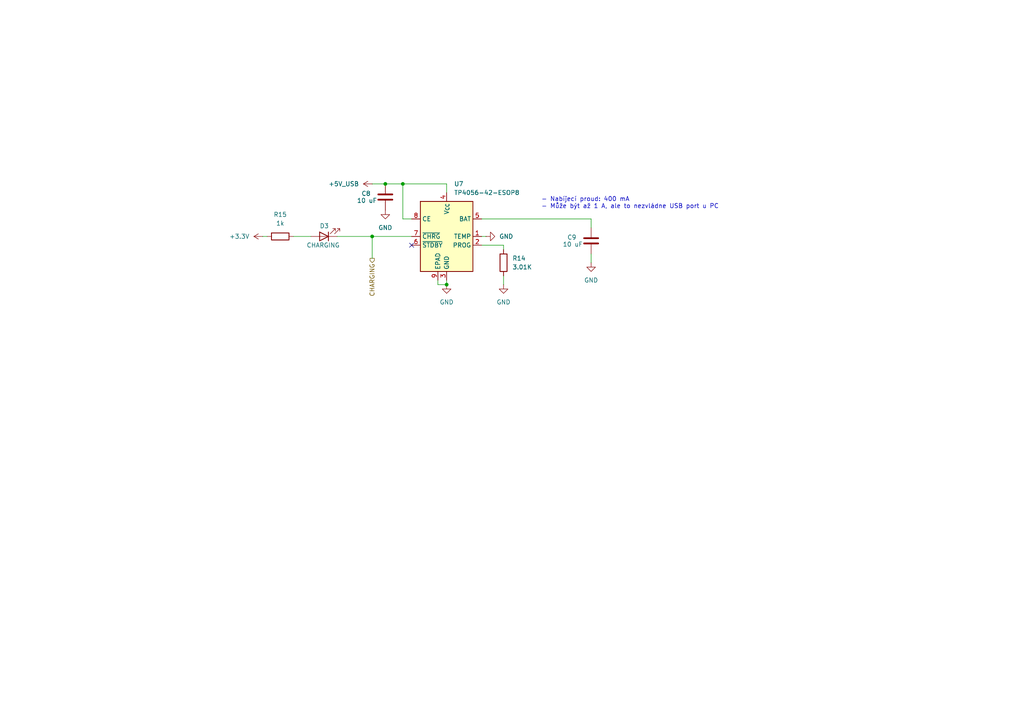
<source format=kicad_sch>
(kicad_sch (version 20250114) (generator "eeschema") (generator_version "9.0")
  (paper "A4")
  (lib_symbols
    (symbol "Battery_Management:TP4056-42-ESOP8"
      (property "Reference" "U" (at -6.604 11.684 0))
      (property "Value" "TP4056-42-ESOP8" (at 10.16 11.684 0))
      (symbol "TP4056-42-ESOP8_1_0"
        (pin input line (at -10.16 5.08 0) (length 2.54) (name "CE") (number "8"))
        (pin open_collector line (at -10.16 0 0) (length 2.54) (name "~{CHRG}") (number "7"))
        (pin open_collector line (at -10.16 -2.54 0) (length 2.54) (name "~{STDBY}") (number "6"))
        (pin passive line (at -2.54 -12.7 90) (length 2.54) (name "EPAD") (number "9"))
        (pin power_in line (at 0 12.7 270) (length 2.54) (name "V_{CC}") (number "4"))
        (pin power_in line (at 0 -12.7 90) (length 2.54) (name "GND") (number "3"))
        (pin power_out line (at 10.16 5.08 180) (length 2.54) (name "BAT") (number "5"))
        (pin input line (at 10.16 0 180) (length 2.54) (name "TEMP") (number "1"))
        (pin passive line (at 10.16 -2.54 180) (length 2.54) (name "PROG") (number "2"))
      )
      (symbol "TP4056-42-ESOP8_1_1"
        (rectangle (start -7.62 10.16) (end 7.62 -10.16) (stroke (width 0.254)) (fill (type background)))
      )
    )
    (symbol "Device:C" (pin_numbers (hide yes)) (pin_names (offset 0.254))
      (property "Reference" "C" (at 0.635 2.54 0))
      (property "Value" "C" (at 0.635 -2.54 0))
      (symbol "C_0_1"
        (polyline (pts (xy -2.032 0.762) (xy 2.032 0.762)) (stroke (width 0.508)))
        (polyline (pts (xy -2.032 -0.762) (xy 2.032 -0.762)) (stroke (width 0.508)))
      )
      (symbol "C_1_1"
        (pin passive line (at 0 3.81 270) (length 2.794) (name "~") (number "1"))
        (pin passive line (at 0 -3.81 90) (length 2.794) (name "~") (number "2"))
      )
    )
    (symbol "Device:LED" (pin_numbers (hide yes)) (pin_names (offset 1.016) (hide yes))
      (property "Reference" "D" (at 0 2.54 0))
      (property "Value" "LED" (at 0 -2.54 0))
      (symbol "LED_0_1"
        (polyline (pts (xy -3.048 -0.762) (xy -4.572 -2.286) (xy -3.81 -2.286) (xy -4.572 -2.286) (xy -4.572 -1.524)))
        (polyline (pts (xy -1.778 -0.762) (xy -3.302 -2.286) (xy -2.54 -2.286) (xy -3.302 -2.286) (xy -3.302 -1.524)))
        (polyline (pts (xy -1.27 0) (xy 1.27 0)))
        (polyline (pts (xy -1.27 -1.27) (xy -1.27 1.27)) (stroke (width 0.254)))
        (polyline (pts (xy 1.27 -1.27) (xy 1.27 1.27) (xy -1.27 0) (xy 1.27 -1.27)) (stroke (width 0.254)))
      )
      (symbol "LED_1_1"
        (pin passive line (at -3.81 0 0) (length 2.54) (name "K") (number "1"))
        (pin passive line (at 3.81 0 180) (length 2.54) (name "A") (number "2"))
      )
    )
    (symbol "Device:R" (pin_numbers (hide yes)) (pin_names (offset 0))
      (property "Reference" "R" (at 2.032 0 90))
      (property "Value" "R" (at 0 0 90))
      (symbol "R_0_1"
        (rectangle (start -1.016 -2.54) (end 1.016 2.54) (stroke (width 0.254)))
      )
      (symbol "R_1_1"
        (pin passive line (at 0 3.81 270) (length 1.27) (name "~") (number "1"))
        (pin passive line (at 0 -3.81 90) (length 1.27) (name "~") (number "2"))
      )
    )
    (symbol "power:GND" (power) (pin_numbers (hide yes)) (pin_names (offset 0) (hide yes))
      (property "Value" "GND" (at 0 -3.81 0))
      (symbol "GND_0_1"
        (polyline (pts (xy 0 0) (xy 0 -1.27) (xy 1.27 -1.27) (xy 0 -2.54) (xy -1.27 -1.27) (xy 0 -1.27)))
      )
      (symbol "GND_1_1"
        (pin power_in line (at 0 0 270) (length 0) (name "~") (number "1"))
      )
    )
    (symbol "power:VCC" (power) (pin_numbers (hide yes)) (pin_names (offset 0) (hide yes))
      (property "Value" "VCC" (at 0 3.556 0))
      (symbol "VCC_0_1"
        (polyline (pts (xy -0.762 1.27) (xy 0 2.54)))
        (polyline (pts (xy 0 2.54) (xy 0.762 1.27)))
        (polyline (pts (xy 0 0) (xy 0 2.54)))
      )
      (symbol "VCC_1_1"
        (pin power_in line (at 0 0 90) (length 0) (name "~") (number "1"))
      )
    )
  )
  (text "- Nabíjecí proud: 400 mA\n- Může být až 1 A, ale to nezvládne USB port u PC\n" (at 156.972 57.15 0) (effects (font (size 1.27 1.27)) (justify left top)))
  (junction (at 111.76 53.34))
  (junction (at 129.54 82.55))
  (junction (at 116.84 53.34))
  (junction (at 107.95 68.58))
  (no_connect (at 119.38 71.12))
  (wire (pts (xy 76.2 68.58) (xy 77.47 68.58)))
  (wire (pts (xy 85.09 68.58) (xy 90.17 68.58)))
  (wire (pts (xy 129.54 53.34) (xy 129.54 55.88)))
  (wire (pts (xy 107.95 68.58) (xy 107.95 74.93)))
  (wire (pts (xy 127 82.55) (xy 129.54 82.55)))
  (wire (pts (xy 139.7 63.5) (xy 171.45 63.5)))
  (wire (pts (xy 116.84 53.34) (xy 129.54 53.34)))
  (wire (pts (xy 111.76 53.34) (xy 116.84 53.34)))
  (wire (pts (xy 171.45 66.04) (xy 171.45 63.5)))
  (wire (pts (xy 139.7 68.58) (xy 140.97 68.58)))
  (wire (pts (xy 107.95 68.58) (xy 119.38 68.58)))
  (wire (pts (xy 171.45 73.66) (xy 171.45 76.2)))
  (wire (pts (xy 97.79 68.58) (xy 107.95 68.58)))
  (wire (pts (xy 107.95 53.34) (xy 111.76 53.34)))
  (wire (pts (xy 127 81.28) (xy 127 82.55)))
  (wire (pts (xy 139.7 71.12) (xy 146.05 71.12)))
  (wire (pts (xy 119.38 63.5) (xy 116.84 63.5)))
  (wire (pts (xy 129.54 81.28) (xy 129.54 82.55)))
  (wire (pts (xy 146.05 72.39) (xy 146.05 71.12)))
  (wire (pts (xy 116.84 63.5) (xy 116.84 53.34)))
  (wire (pts (xy 146.05 80.01) (xy 146.05 82.55)))
  (hierarchical_label "CHARGING" (shape output) (at 107.95 74.93 270))
  (symbol (lib_id "Device:C") (at 171.45 69.85 180) (unit 1)
    (property "Reference" "C9" (at 165.862 68.834 0))
    (property "Value" "10 uF" (at 166.116 70.866 0))
    (property "Footprint" "Capacitor_SMD:C_0603_1608Metric_Pad1.08x0.95mm_HandSolder" (effects (hide yes)))
    (property "Description" "Unpolarized capacitor" (effects (hide yes)))
    (property "Manufacturer Part Number" "C0603C106M8PAC7411" (effects (hide yes)))
    (property "Supplier" "Mouser" (effects (hide yes)))
    (property "Supplier Part Number" "80-C0603C106M8PLR" (effects (hide yes)))
  )
  (symbol (lib_id "Device:LED") (at 93.98 68.58 180) (unit 1)
    (property "Reference" "D3" (at 92.71 65.532 0) (effects (justify right)))
    (property "Value" "CHARGING" (at 88.9 71.12 0) (effects (justify right)))
    (property "Footprint" "LED_SMD:LED_0805_2012Metric_Pad1.15x1.40mm_HandSolder" (effects (hide yes)))
    (property "Description" "Orange LED" (effects (hide yes)))
    (property "Manufacturer Part Number" "APTD2012LSYCK " (effects (hide yes)))
    (property "Supplier" "Mouser" (effects (hide yes)))
    (property "Supplier Part Number" "604-APTD2012LSYCK " (effects (hide yes)))
  )
  (symbol (lib_id "Device:C") (at 111.76 57.15 180) (unit 1)
    (property "Reference" "C8" (at 106.172 56.134 0))
    (property "Value" "10 uF" (at 106.426 58.166 0))
    (property "Footprint" "Capacitor_SMD:C_0603_1608Metric_Pad1.08x0.95mm_HandSolder" (effects (hide yes)))
    (property "Description" "Unpolarized capacitor" (effects (hide yes)))
    (property "Manufacturer Part Number" "C0603C106M8PAC7411" (effects (hide yes)))
    (property "Supplier" "Mouser" (effects (hide yes)))
    (property "Supplier Part Number" "80-C0603C106M8PLR" (effects (hide yes)))
  )
  (symbol (lib_id "power:GND") (at 111.76 60.96 0) (unit 1)
    (property "Reference" "#PWR049" (effects (hide yes)))
    (property "Value" "GND" (at 111.76 66.04 0))
    (property "Description" "Power symbol creates a global label with name \"GND\" , ground" (effects (hide yes)))
  )
  (symbol (lib_id "power:GND") (at 146.05 82.55 0) (unit 1)
    (property "Reference" "#PWR045" (effects (hide yes)))
    (property "Value" "GND" (at 146.05 87.63 0))
    (property "Description" "Power symbol creates a global label with name \"GND\" , ground" (effects (hide yes)))
  )
  (symbol (lib_id "Device:R") (at 146.05 76.2 0) (unit 1)
    (property "Reference" "R14" (at 148.59 74.9299 0) (effects (justify left)))
    (property "Value" "3.01K" (at 148.59 77.4699 0) (effects (justify left)))
    (property "Footprint" "Resistor_SMD:R_0603_1608Metric_Pad0.98x0.95mm_HandSolder" (effects (hide yes)))
    (property "Description" "Resistor" (effects (hide yes)))
    (property "Manufacturer Part Number" "SR0603FR-073K01L" (effects (hide yes)))
    (property "Supplier" "Mouser" (effects (hide yes)))
    (property "Supplier Part Number" "603-SR0603-FR073K01L " (effects (hide yes)))
  )
  (symbol (lib_id "Battery_Management:TP4056-42-ESOP8") (at 129.54 68.58 0) (unit 1)
    (property "Reference" "U7" (at 131.6833 53.34 0) (effects (justify left)))
    (property "Value" "TP4056-42-ESOP8" (at 131.6833 55.88 0) (effects (justify left)))
    (property "Footprint" "Package_SO:SOIC-8-1EP_3.9x4.9mm_P1.27mm_EP2.41x3.3mm_ThermalVias" (effects (hide yes)))
    (property "Datasheet" "https://www.lcsc.com/datasheet/lcsc_datasheet_2410121619_TOPPOWER-Nanjing-Extension-Microelectronics-TP4056-42-ESOP8_C16581.pdf" (effects (hide yes)))
    (property "Description" "1A Standalone Linear Li-ion/LiPo single-cell battery charger, 4.2V ±1% charge voltage, VCC = 4.0..8.0V, SOIC-8 (SOP-8)" (effects (hide yes)))
    (property "Manufacturer Part Number" "LA213025" (effects (hide yes)))
    (property "Supplier" "LaskaKit" (effects (hide yes)))
    (property "Supplier Part Number" "LA213025" (effects (hide yes)))
  )
  (symbol (lib_id "power:VCC") (at 76.2 68.58 90) (unit 1)
    (property "Reference" "#PWR048" (effects (hide yes)))
    (property "Value" "+3.3V" (at 72.39 68.5799 90) (effects (justify left)))
    (property "Description" "Power symbol creates a global label with name \"VCC\"" (effects (hide yes)))
  )
  (symbol (lib_id "power:GND") (at 171.45 76.2 0) (unit 1)
    (property "Reference" "#PWR050" (effects (hide yes)))
    (property "Value" "GND" (at 171.45 81.28 0))
    (property "Description" "Power symbol creates a global label with name \"GND\" , ground" (effects (hide yes)))
  )
  (symbol (lib_id "Device:R") (at 81.28 68.58 90) (unit 1)
    (property "Reference" "R15" (at 81.28 62.23 90))
    (property "Value" "1k" (at 81.28 64.77 90))
    (property "Footprint" "Resistor_SMD:R_0603_1608Metric_Pad0.98x0.95mm_HandSolder" (effects (hide yes)))
    (property "Description" "Resistor" (effects (hide yes)))
    (property "Manufacturer Part Number" "RC0603FR-071KL" (effects (hide yes)))
    (property "Supplier" "Mouser" (effects (hide yes)))
    (property "Supplier Part Number" "603-RC0603FR-071KL" (effects (hide yes)))
  )
  (symbol (lib_id "power:VCC") (at 107.95 53.34 90) (unit 1)
    (property "Reference" "#PWR043" (effects (hide yes)))
    (property "Value" "+5V_USB" (at 104.14 53.3399 90) (effects (justify left)))
    (property "Description" "Power symbol creates a global label with name \"VCC\"" (effects (hide yes)))
  )
  (symbol (lib_id "power:GND") (at 140.97 68.58 90) (unit 1)
    (property "Reference" "#PWR046" (effects (hide yes)))
    (property "Value" "GND" (at 144.78 68.5799 90) (effects (justify right)))
    (property "Description" "Power symbol creates a global label with name \"GND\" , ground" (effects (hide yes)))
  )
  (symbol (lib_id "power:GND") (at 129.54 82.55 0) (unit 1)
    (property "Reference" "#PWR044" (effects (hide yes)))
    (property "Value" "GND" (at 129.54 87.63 0))
    (property "Description" "Power symbol creates a global label with name \"GND\" , ground" (effects (hide yes)))
  )
)
</source>
